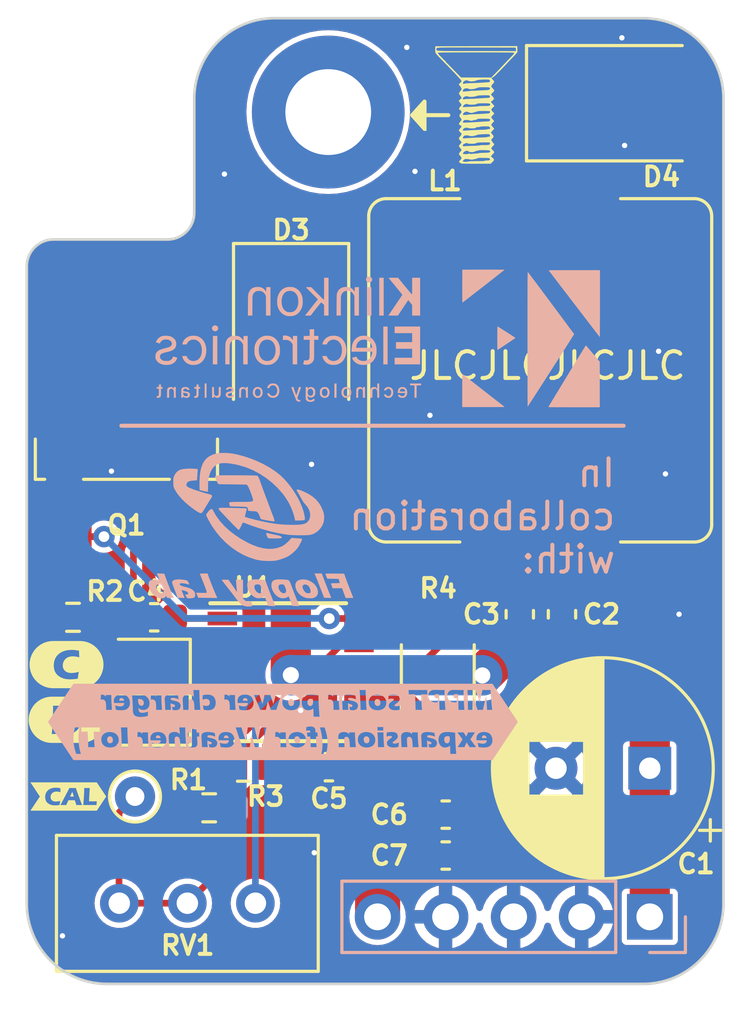
<source format=kicad_pcb>
(kicad_pcb (version 20240108) (generator "pcbnew") (generator_version "8.0")
  (title_block (title "MPPT solar charger expansion board for WeatherIOT") (date "2024-02-10") (rev "1.00") (company "Klinkon Electronics & Floppy Lab"))
  (layers (0 "F.Cu" signal) (31 "B.Cu" signal) (34 "B.Paste" user) (35 "F.Paste" user) (36 "B.SilkS" user "B.Silkscreen") (37 "F.SilkS" user "F.Silkscreen") (38 "B.Mask" user) (39 "F.Mask" user) (44 "Edge.Cuts" user))
  (net 0 "")
  (net 1 "GND")
  (net 2 "Net-(U1-VG)")
  (net 3 "Net-(C5-Pad1)")
  (net 4 "+BATT")
  (net 5 "/CH_LED")
  (net 6 "/CHA_LED_PW")
  (net 7 "/DONE_LED")
  (net 8 "/D3_K")
  (net 9 "/Q1_D")
  (net 10 "VCC")
  (net 11 "/MPPT")
  (net 12 "Net-(U1-CSP)")
  (net 13 "/DRV")
  (net 14 "Net-(U1-COM)")
  (footprint "TestPoint:TestPoint_THTPad_D1.5mm_Drill0.7mm" (layer "F.Cu") (at 135.2166 106.4114)
    (property "Reference" "TP2" (hide yes))
    (property "Value" "V_MPPT")
    (pad "1" thru_hole circle (at 0 0) (size 1.5 1.5) (drill 0.7) (layers "*.Cu" "*.Mask") (net 11 "/MPPT"))
  )
  (footprint "Resistor_SMD:R_0603_1608Metric" (layer "F.Cu") (at 132.9026 99.7302)
    (property "Reference" "R2" (at 1.1938 -0.9652 0) (layer "F.SilkS") (effects (font (size 0.7 0.7))))
    (property "Value" "1k")
    (pad "1" smd roundrect (at -0.825 0) (size 0.8 0.95) (layers "F.Cu" "F.Paste" "F.Mask") (net 6 "/CHA_LED_PW"))
    (pad "2" smd roundrect (at 0.825 0) (size 0.8 0.95) (layers "F.Cu" "F.Paste" "F.Mask") (net 10 "VCC"))
  )
  (footprint "Capacitor_SMD:C_0603_1608Metric" (layer "F.Cu") (at 151.152 99.6164 90)
    (property "Reference" "C2" (at 0 1.4732 180) (layer "F.SilkS") (effects (font (size 0.7 0.7))))
    (property "Value" "1u")
    (pad "1" smd roundrect (at -0.775 0 90) (size 0.9 0.95) (layers "F.Cu" "F.Paste" "F.Mask") (net 10 "VCC"))
    (pad "2" smd roundrect (at 0.775 0 90) (size 0.9 0.95) (layers "F.Cu" "F.Paste" "F.Mask") (net 1 "GND"))
  )
  (footprint "Capacitor_SMD:C_0603_1608Metric" (layer "F.Cu") (at 135.933 99.7302)
    (property "Reference" "C4" (at -0.3126 -0.9652 0) (layer "F.SilkS") (effects (font (size 0.7 0.7))))
    (property "Value" "100n")
    (pad "1" smd roundrect (at -0.775 0) (size 0.9 0.95) (layers "F.Cu" "F.Paste" "F.Mask") (net 10 "VCC"))
    (pad "2" smd roundrect (at 0.775 0) (size 0.9 0.95) (layers "F.Cu" "F.Paste" "F.Mask") (net 2 "Net-(U1-VG)"))
  )
  (footprint "Package_SO:SSOP-10_3.9x4.9mm_P1.00mm" (layer "F.Cu") (at 141.026 101.7762)
    (property "Reference" "U1" (at -1.3924 -3.1636 0) (layer "F.SilkS") (effects (font (size 0.7 0.7))))
    (property "Value" "CN3791")
    (pad "1" smd rect (at -2.55 -2) (size 1.1 0.51) (layers "F.Cu" "F.Paste" "F.Mask") (net 2 "Net-(U1-VG)"))
    (pad "2" smd rect (at -2.55 -1) (size 1.1 0.51) (layers "F.Cu" "F.Paste" "F.Mask") (net 1 "GND"))
    (pad "3" smd rect (at -2.55 0) (size 1.1 0.51) (layers "F.Cu" "F.Paste" "F.Mask") (net 5 "/CH_LED"))
    (pad "4" smd rect (at -2.55 1) (size 1.1 0.51) (layers "F.Cu" "F.Paste" "F.Mask") (net 7 "/DONE_LED"))
    (pad "5" smd rect (at -2.55 2) (size 1.1 0.51) (layers "F.Cu" "F.Paste" "F.Mask") (net 14 "Net-(U1-COM)"))
    (pad "6" smd rect (at 2.55 2) (size 1.1 0.51) (layers "F.Cu" "F.Paste" "F.Mask") (net 11 "/MPPT"))
    (pad "7" smd rect (at 2.55 1) (size 1.1 0.51) (layers "F.Cu" "F.Paste" "F.Mask") (net 4 "+BATT"))
    (pad "8" smd rect (at 2.55 0) (size 1.1 0.51) (layers "F.Cu" "F.Paste" "F.Mask") (net 12 "Net-(U1-CSP)"))
    (pad "9" smd rect (at 2.55 -1) (size 1.1 0.51) (layers "F.Cu" "F.Paste" "F.Mask") (net 10 "VCC"))
    (pad "10" smd rect (at 2.55 -2) (size 1.1 0.51) (layers "F.Cu" "F.Paste" "F.Mask") (net 13 "/DRV"))
  )
  (footprint "Capacitor_SMD:C_0603_1608Metric" (layer "F.Cu") (at 142.453 105.3182)
    (property "Reference" "C5" (at 0 1.1684 0) (layer "F.SilkS") (effects (font (size 0.7 0.7))))
    (property "Value" "220n")
    (pad "1" smd roundrect (at -0.775 0) (size 0.9 0.95) (layers "F.Cu" "F.Paste" "F.Mask") (net 3 "Net-(C5-Pad1)"))
    (pad "2" smd roundrect (at 0.775 0) (size 0.9 0.95) (layers "F.Cu" "F.Paste" "F.Mask") (net 1 "GND"))
  )
  (footprint "Inductor_SMD:L_TaiTech_TMPC1265_13.5x12.5mm" (layer "F.Cu") (at 150.3392 90.5232 -90)
    (property "Reference" "L1" (at -7.0612 3.556 180) (layer "F.SilkS") (effects (font (size 0.7 0.7))))
    (property "Value" "100uH")
    (pad "1" smd rect (at -5.55 0 270) (size 3.1 5) (layers "F.Cu" "F.Paste" "F.Mask") (net 8 "/D3_K"))
    (pad "2" smd rect (at 5.55 0 270) (size 3.1 5) (layers "F.Cu" "F.Paste" "F.Mask") (net 12 "Net-(U1-CSP)"))
  )
  (footprint "LOGO" (layer "F.Cu") (at 147.9516 80.668)
    (property "Reference" "G***" (hide yes))
    (property "Value" "LOGO" (hide yes))
  )
  (footprint "Capacitor_SMD:C_0603_1608Metric" (layer "F.Cu") (at 149.5772 99.6164 90)
    (property "Reference" "C3" (at 0 -1.43 180) (layer "F.SilkS") (effects (font (size 0.7 0.7))))
    (property "Value" "100n")
    (pad "1" smd roundrect (at -0.775 0 90) (size 0.9 0.95) (layers "F.Cu" "F.Paste" "F.Mask") (net 10 "VCC"))
    (pad "2" smd roundrect (at 0.775 0 90) (size 0.9 0.95) (layers "F.Cu" "F.Paste" "F.Mask") (net 1 "GND"))
  )
  (footprint "Capacitor_SMD:C_0603_1608Metric" (layer "F.Cu") (at 146.812 107.0864)
    (property "Reference" "C6" (at -2.1082 0 0) (layer "F.SilkS") (effects (font (size 0.7 0.7))))
    (property "Value" "10u")
    (pad "1" smd roundrect (at -0.775 0) (size 0.9 0.95) (layers "F.Cu" "F.Paste" "F.Mask") (net 4 "+BATT"))
    (pad "2" smd roundrect (at 0.775 0) (size 0.9 0.95) (layers "F.Cu" "F.Paste" "F.Mask") (net 1 "GND"))
  )
  (footprint "kibuzzard-65C7E01B" (layer "F.Cu") (at 132.661 101.4936)
    (property "Reference" "kibuzzard-65C7E01B" (hide yes))
    (property "Value" "G***" (hide yes))
  )
  (footprint "Resistor_SMD:R_2010_5025Metric" (layer "F.Cu") (at 146.517 102.281 -90)
    (property "Reference" "R4" (at -3.6298 -0.0122 180) (layer "F.SilkS") (effects (font (size 0.7 0.7))))
    (property "Value" "120m")
    (pad "1" smd roundrect (at -2.3125 0 270) (size 1.225 2.65) (layers "F.Cu" "F.Paste" "F.Mask") (roundrect_rratio 0.2040816327) (net 12 "Net-(U1-CSP)"))
    (pad "2" smd roundrect (at 2.3125 0 270) (size 1.225 2.65) (layers "F.Cu" "F.Paste" "F.Mask") (roundrect_rratio 0.2040816327) (net 4 "+BATT"))
  )
  (footprint "Resistor_SMD:R_0603_1608Metric" (layer "F.Cu") (at 137.985 106.8324 180)
    (property "Reference" "R1" (at 0.7742 1.0414 0) (layer "F.SilkS") (effects (font (size 0.7 0.7))))
    (property "Value" "4.7k")
    (pad "1" smd roundrect (at -0.825 0 180) (size 0.8 0.95) (layers "F.Cu" "F.Paste" "F.Mask") (net 11 "/MPPT"))
    (pad "2" smd roundrect (at 0.825 0 180) (size 0.8 0.95) (layers "F.Cu" "F.Paste" "F.Mask") (net 1 "GND"))
  )
  (footprint "Package_TO_SOT_SMD:TO-252-2_TabPin1" (layer "F.Cu") (at 134.8962 91.5114 90)
    (property "Reference" "Q1" (at -4.786 0 180) (layer "F.SilkS") (effects (font (size 0.7 0.7))))
    (property "Value" "HYG210P06LQ1D")
    (pad "1" smd roundrect (at -5.375 -2.3 90) (size 3.5 2) (layers "F.Cu" "F.Paste" "F.Mask") (net 13 "/DRV"))
    (pad "2" smd roundrect (at 2.025 0 90) (size 7 7) (layers "F.Cu" "F.Mask") (roundrect_rratio 0.03571428571) (net 9 "/Q1_D"))
    (pad "3" smd roundrect (at -5.375 2.28 90) (size 3.5 2) (layers "F.Cu" "F.Paste" "F.Mask") (net 10 "VCC"))
  )
  (footprint "Diode_SMD:D_SMB" (layer "F.Cu") (at 141.0428 89.4564 -90)
    (property "Reference" "D3" (at -4.1656 0 180) (layer "F.SilkS") (effects (font (size 0.7 0.7))))
    (property "Value" "SK84")
    (pad "1" smd roundrect (at -2.15 0 270) (size 2.5 2.3) (layers "F.Cu" "F.Paste" "F.Mask") (roundrect_rratio 0.1086956522) (net 8 "/D3_K"))
    (pad "2" smd roundrect (at 2.15 0 270) (size 2.5 2.3) (layers "F.Cu" "F.Paste" "F.Mask") (roundrect_rratio 0.1086956522) (net 9 "/Q1_D"))
  )
  (footprint "kibuzzard-65C7E026" (layer "F.Cu") (at 132.661 103.551)
    (property "Reference" "kibuzzard-65C7E026" (hide yes))
    (property "Value" "G***" (hide yes))
  )
  (footprint "Capacitor_THT:CP_Radial_D8.0mm_P3.50mm" (layer "F.Cu") (at 154.428 105.3568 180)
    (property "Reference" "C1" (at -1.7272 -3.5668 0) (layer "F.SilkS") (effects (font (size 0.7 0.7))))
    (property "Value" "330u")
    (pad "1" thru_hole rect (at 0 0 180) (size 1.6 1.6) (drill 0.8) (layers "*.Cu" "*.Mask") (net 10 "VCC"))
    (pad "2" thru_hole circle (at 3.5 0 180) (size 1.6 1.6) (drill 0.8) (layers "*.Cu" "*.Mask") (net 1 "GND"))
  )
  (footprint "LED_SMD:LED_0805_2012Metric" (layer "F.Cu") (at 135.595 101.5082 180)
    (property "Reference" "D1" (hide yes))
    (property "Value" "CHRG")
    (pad "1" smd roundrect (at -0.9375 0 180) (size 0.975 1.4) (layers "F.Cu" "F.Paste" "F.Mask") (net 5 "/CH_LED"))
    (pad "2" smd roundrect (at 0.9375 0 180) (size 0.975 1.4) (layers "F.Cu" "F.Paste" "F.Mask") (net 6 "/CHA_LED_PW"))
  )
  (footprint "kibuzzard-65C7DFB2" (layer "F.Cu") (at 132.7274 106.4114)
    (property "Reference" "kibuzzard-65C7DFB2" (hide yes))
    (property "Value" "G***" (hide yes))
  )
  (footprint "LED_SMD:LED_0805_2012Metric" (layer "F.Cu") (at 135.595 103.5402 180)
    (property "Reference" "D2" (hide yes))
    (property "Value" "DONE")
    (pad "1" smd roundrect (at -0.9375 0 180) (size 0.975 1.4) (layers "F.Cu" "F.Paste" "F.Mask") (net 7 "/DONE_LED"))
    (pad "2" smd roundrect (at 0.9375 0 180) (size 0.975 1.4) (layers "F.Cu" "F.Paste" "F.Mask") (net 6 "/CHA_LED_PW"))
  )
  (footprint "Resistor_SMD:R_0603_1608Metric" (layer "F.Cu") (at 139.278 105.3182)
    (property "Reference" "R3" (at 0.8128 1.0922 0) (layer "F.SilkS") (effects (font (size 0.7 0.7))))
    (property "Value" "120")
    (pad "1" smd roundrect (at -0.825 0) (size 0.8 0.95) (layers "F.Cu" "F.Paste" "F.Mask") (net 14 "Net-(U1-COM)"))
    (pad "2" smd roundrect (at 0.825 0) (size 0.8 0.95) (layers "F.Cu" "F.Paste" "F.Mask") (net 3 "Net-(C5-Pad1)"))
  )
  (footprint "MountingHole:MountingHole_3.2mm_M3_ISO7380_Pad" (layer "F.Cu") (at 142.428 80.8964)
    (property "Reference" "H1" (hide yes))
    (property "Value" "PV mount")
    (pad "1" thru_hole circle (at 0 0) (size 5.7 5.7) (drill 3.2) (layers "*.Cu" "*.Mask"))
  )
  (footprint "Diode_SMD:D_SMB" (layer "F.Cu") (at 153.4888 80.5664)
    (property "Reference" "D4" (at 1.3716 2.7432 0) (layer "F.SilkS") (effects (font (size 0.7 0.7))))
    (property "Value" "SK84")
    (pad "1" smd roundrect (at -2.15 0) (size 2.5 2.3) (layers "F.Cu" "F.Paste" "F.Mask") (roundrect_rratio 0.1086956522) (net 8 "/D3_K"))
    (pad "2" smd roundrect (at 2.15 0) (size 2.5 2.3) (layers "F.Cu" "F.Paste" "F.Mask") (roundrect_rratio 0.1086956522) (net 1 "GND"))
  )
  (footprint "Capacitor_SMD:C_0603_1608Metric" (layer "F.Cu") (at 146.812 108.6104)
    (property "Reference" "C7" (at -2.1082 0 0) (layer "F.SilkS") (effects (font (size 0.7 0.7))))
    (property "Value" "1u")
    (pad "1" smd roundrect (at -0.775 0) (size 0.9 0.95) (layers "F.Cu" "F.Paste" "F.Mask") (net 4 "+BATT"))
    (pad "2" smd roundrect (at 0.775 0) (size 0.9 0.95) (layers "F.Cu" "F.Paste" "F.Mask") (net 1 "GND"))
  )
  (footprint "Potentiometer_THT:Potentiometer_Bourns_3296W_Vertical" (layer "F.Cu") (at 139.71 110.3884)
    (property "Reference" "RV1" (at -2.528 1.5724 0) (layer "F.SilkS") (effects (font (size 0.7 0.7))))
    (property "Value" "100k")
    (pad "1" thru_hole circle (at 0 0) (size 1.44 1.44) (drill 0.8) (layers "*.Cu" "*.Mask") (net 10 "VCC"))
    (pad "2" thru_hole circle (at -2.54 0) (size 1.44 1.44) (drill 0.8) (layers "*.Cu" "*.Mask") (net 11 "/MPPT"))
    (pad "3" thru_hole circle (at -5.08 0) (size 1.44 1.44) (drill 0.8) (layers "*.Cu" "*.Mask") (net 11 "/MPPT"))
  )
  (footprint "LOGO" (layer "B.Cu") (at 139.306453 96.472116 180)
    (property "Reference" "G***" (hide yes))
    (property "Value" "LOGO" (hide yes))
  )
  (footprint "Connector_PinHeader_2.54mm:PinHeader_1x05_P2.54mm_Vertical" (layer "B.Cu") (at 154.428 110.8964 90)
    (property "Reference" "J1" (hide yes))
    (property "Value" "to WIoT")
    (pad "1" thru_hole rect (at 0 0 90) (size 1.7 1.7) (drill 1) (layers "*.Cu" "*.Mask") (net 10 "VCC"))
    (pad "2" thru_hole oval (at 0 -2.54 90) (size 1.7 1.7) (drill 1) (layers "*.Cu" "*.Mask") (net 1 "GND"))
    (pad "3" thru_hole oval (at 0 -5.08 90) (size 1.7 1.7) (drill 1) (layers "*.Cu" "*.Mask") (net 1 "GND"))
    (pad "4" thru_hole oval (at 0 -7.62 90) (size 1.7 1.7) (drill 1) (layers "*.Cu" "*.Mask") (net 1 "GND"))
    (pad "5" thru_hole oval (at 0 -10.16 90) (size 1.7 1.7) (drill 1) (layers "*.Cu" "*.Mask") (net 4 "+BATT"))
  )
  (footprint "kibuzzard-65C8E163" (layer "B.Cu") (at 140.738 103.6296 180)
    (property "Reference" "kibuzzard-65C8E163" (hide yes))
    (property "Value" "G***" (hide yes))
  )
  (footprint "LOGO" (layer "B.Cu") (at 144.178 89.370284 180)
    (property "Reference" "G***" (hide yes))
    (property "Value" "LOGO" (hide yes))
  )
  (gr_line (start 134.7086 92.588576) (end 153.4538 92.588576) (stroke (width 0.15)) (layer "B.SilkS"))
  (gr_poly (pts (xy 145.564 81.0114) (xy 146.0212 80.5034) (xy 146.0212 81.5194)) (stroke (width 0.15)) (fill solid) (layer "F.SilkS"))
  (gr_line (start 146.9102 81.0114) (end 145.564 81.0114) (stroke (width 0.15)) (layer "F.SilkS"))
  (gr_line (start 134.178 113.3964) (end 154.178 113.3964) (stroke (width 0.1)) (layer "Edge.Cuts"))
  (gr_line (start 157.178 110.3964) (end 157.178 80.3964) (stroke (width 0.1)) (layer "Edge.Cuts"))
  (gr_line (start 137.428 80.3964) (end 137.428 84.6464) (stroke (width 0.1)) (layer "Edge.Cuts"))
  (gr_line (start 136.428 85.6464) (end 132.178 85.6464) (stroke (width 0.1)) (layer "Edge.Cuts"))
  (gr_arc (start 134.178 113.3964) (mid 132.05668 112.51772) (end 131.178 110.3964) (stroke (width 0.1)) (layer "Edge.Cuts"))
  (gr_line (start 131.178 86.6464) (end 131.178 110.3964) (stroke (width 0.1)) (layer "Edge.Cuts"))
  (gr_arc (start 154.178 77.3964) (mid 156.29932 78.27508) (end 157.178 80.3964) (stroke (width 0.1)) (layer "Edge.Cuts"))
  (gr_arc (start 137.428 80.3964) (mid 138.30668 78.27508) (end 140.428 77.3964) (stroke (width 0.1)) (layer "Edge.Cuts"))
  (gr_arc (start 157.178 110.3964) (mid 156.29932 112.51772) (end 154.178 113.3964) (stroke (width 0.1)) (layer "Edge.Cuts"))
  (gr_arc (start 137.428 84.6464) (mid 137.135107 85.353507) (end 136.428 85.6464) (stroke (width 0.1)) (layer "Edge.Cuts"))
  (gr_arc (start 131.178 86.6464) (mid 131.470893 85.939293) (end 132.178 85.6464) (stroke (width 0.1)) (layer "Edge.Cuts"))
  (gr_line (start 154.178 77.3964) (end 140.428 77.3964) (stroke (width 0.1)) (layer "Edge.Cuts"))
  (gr_text "In\ncollaboration\nwith:" (at 153.2252 98.1564 0) (layer "B.SilkS") (effects (font (size 1 1)) (justify left bottom mirror)))
  (gr_text "JLCJLCJLCJLC" (at 145.371435 90.938349 -0) (layer "F.SilkS") (effects (font (size 1 1)) (justify left bottom)))
  (via (at 153.3872 78.128) (size 0.5) (drill 0.2) (layers "F.Cu" "B.Cu") (net 1))
  (via (at 154.7588 89.812) (size 0.5) (drill 0.2) (layers "F.Cu" "B.Cu") (net 1))
  (via (at 153.4888 82.1412) (size 0.5) (drill 0.2) (layers "F.Cu" "B.Cu") (net 1))
  (via (at 145.3608 78.4836) (size 0.5) (drill 0.2) (layers "F.Cu" "B.Cu") (net 1))
  (via (at 155.0128 94.384) (size 0.5) (drill 0.2) (layers "F.Cu" "B.Cu") (net 1))
  (via (at 141.8048 94.0284) (size 0.5) (drill 0.2) (layers "F.Cu" "B.Cu") (net 1))
  (via (at 141.9064 108.5064) (size 0.5) (drill 0.2) (layers "F.Cu" "B.Cu") (net 1))
  (via (at 141.3984 103.2017) (size 0.5) (drill 0.2) (layers "F.Cu" "B.Cu") (net 1))
  (via (at 145.6656 83.1064) (size 0.5) (drill 0.2) (layers "F.Cu" "B.Cu") (net 1))
  (via (at 155.5208 99.6164) (size 0.5) (drill 0.2) (layers "F.Cu" "B.Cu") (net 1))
  (via (at 138.5536 83.208) (size 0.5) (drill 0.2) (layers "F.Cu" "B.Cu") (net 1))
  (via (at 132.5084 111.6052) (size 0.5) (drill 0.2) (layers "F.Cu" "B.Cu") (net 1))
  (via (at 134.3372 94.2824) (size 0.5) (drill 0.2) (layers "F.Cu" "B.Cu") (net 1))
  (via (at 146.2244 92.1996) (size 0.5) (drill 0.2) (layers "F.Cu" "B.Cu") (net 1))
  (segment (start 136.754 99.7762) (end 136.708 99.7302) (width 0.25) (layer "F.Cu") (net 2))
  (segment (start 138.476 99.7762) (end 136.754 99.7762) (width 0.25) (layer "F.Cu") (net 2))
  (segment (start 141.678 105.3182) (end 140.103 105.3182) (width 0.25) (layer "F.Cu") (net 3))
  (segment (start 146.517 103.691) (end 146.517 104.5935) (width 0.25) (layer "F.Cu") (net 4))
  (segment (start 143.576 102.7762) (end 145.6022 102.7762) (width 0.25) (layer "F.Cu") (net 4))
  (segment (start 145.6022 102.7762) (end 146.517 103.691) (width 0.25) (layer "F.Cu") (net 4))
  (segment (start 137.137 101.5082) (end 136.5325 101.5082) (width 0.25) (layer "F.Cu") (net 5))
  (segment (start 138.476 101.7762) (end 137.405 101.7762) (width 0.25) (layer "F.Cu") (net 5))
  (segment (start 137.405 101.7762) (end 137.137 101.5082) (width 0.25) (layer "F.Cu") (net 5))
  (segment (start 134.6575 101.5082) (end 132.674 101.5082) (width 0.25) (layer "F.Cu") (net 6))
  (segment (start 132.0776 100.9118) (end 132.0776 99.7302) (width 0.25) (layer "F.Cu") (net 6))
  (segment (start 134.6575 101.5082) (end 134.6575 103.5402) (width 0.25) (layer "F.Cu") (net 6))
  (segment (start 132.674 101.5082) (end 132.0776 100.9118) (width 0.25) (layer "F.Cu") (net 6))
  (segment (start 137.119 103.5402) (end 136.5325 103.5402) (width 0.25) (layer "F.Cu") (net 7))
  (segment (start 137.883 102.7762) (end 137.119 103.5402) (width 0.25) (layer "F.Cu") (net 7))
  (segment (start 138.476 102.7762) (end 137.883 102.7762) (width 0.25) (layer "F.Cu") (net 7))
  (segment (start 145.9832 84.9732) (end 150.3392 84.9732) (width 1.5) (layer "F.Cu") (net 8))
  (segment (start 141.0428 87.3064) (end 143.65 87.3064) (width 1.5) (layer "F.Cu") (net 8))
  (segment (start 151.3388 80.5664) (end 150.3392 81.566) (width 1.5) (layer "F.Cu") (net 8))
  (segment (start 143.65 87.3064) (end 145.9832 84.9732) (width 1.5) (layer "F.Cu") (net 8))
  (segment (start 150.3392 81.566) (end 150.3392 84.9732) (width 1.5) (layer "F.Cu") (net 8))
  (segment (start 141.0428 91.6064) (end 137.0162 91.6064) (width 1.5) (layer "F.Cu") (net 9))
  (segment (start 137.0162 91.6064) (end 134.8962 89.4864) (width 1.5) (layer "F.Cu") (net 9))
  (segment (start 142.8802 100.7762) (end 143.576 100.7762) (width 0.25) (layer "F.Cu") (net 10))
  (segment (start 151.152 100.3914) (end 149.5772 100.3914) (width 1.5) (layer "F.Cu") (net 10))
  (segment (start 152.4858 100.3914) (end 151.152 100.3914) (width 1.5) (layer "F.Cu") (net 10))
  (segment (start 137.1762 96.8864) (end 135.5664 96.8864) (width 0.25) (layer "F.Cu") (net 10))
  (segment (start 141.0306 101.882274) (end 141.0306 98.1538) (width 1.5) (layer "F.Cu") (net 10))
  (segment (start 141.77258 101.88382) (end 142.8802 100.7762) (width 0.25) (layer "F.Cu") (net 10))
  (segment (start 149.5772 100.4972) (end 148.178 101.8964) (width 1.5) (layer "F.Cu") (net 10))
  (segment (start 135.158 99.7302) (end 133.7276 99.7302) (width 0.25) (layer "F.Cu") (net 10))
  (segment (start 154.428 105.3568) (end 154.428 102.3336) (width 1.5) (layer "F.Cu") (net 10))
  (segment (start 135.5664 96.8864) (end 135.158 97.2948) (width 0.25) (layer "F.Cu") (net 10))
  (segment (start 154.428 105.3568) (end 154.428 110.8964) (width 1.5) (layer "F.Cu") (net 10))
  (segment (start 154.428 102.3336) (end 152.4858 100.3914) (width 1.5) (layer "F.Cu") (net 10))
  (segment (start 141.032146 101.88382) (end 141.0306 101.882274) (width 1.5) (layer "F.Cu") (net 10))
  (segment (start 139.7632 96.8864) (end 137.1762 96.8864) (width 1.5) (layer "F.Cu") (net 10))
  (segment (start 141.032146 101.88382) (end 141.77258 101.88382) (width 0.25) (layer "F.Cu") (net 10))
  (segment (start 141.0306 98.1538) (end 139.7632 96.8864) (width 1.5) (layer "F.Cu") (net 10))
  (segment (start 135.158 97.2948) (end 135.158 99.7302) (width 0.25) (layer "F.Cu") (net 10))
  (segment (start 149.5772 100.3914) (end 149.5772 100.4972) (width 1.5) (layer "F.Cu") (net 10))
  (via (at 148.178 101.8964) (size 1.5) (drill 0.6) (layers "F.Cu" "B.Cu") (net 10))
  (via (at 141.032146 101.88382) (size 1.5) (drill 0.6) (layers "F.Cu" "B.Cu") (net 10))
  (segment (start 141.032146 101.88382) (end 141.037526 101.8892) (width 1.5) (layer "B.Cu") (net 10))
  (segment (start 139.6584 110.3368) (end 139.71 110.3884) (width 0.25) (layer "B.Cu") (net 10))
  (segment (start 139.71 103.205966) (end 139.71 110.3884) (width 0.25) (layer "B.Cu") (net 10))
  (segment (start 148.1708 101.8892) (end 148.178 101.8964) (width 1.5) (layer "B.Cu") (net 10))
  (segment (start 141.037526 101.8892) (end 148.1708 101.8892) (width 1.5) (layer "B.Cu") (net 10))
  (segment (start 141.032146 101.88382) (end 139.71 103.205966) (width 0.25) (layer "B.Cu") (net 10))
  (segment (start 140.185 103.7762) (end 143.576 103.7762) (width 0.25) (layer "F.Cu") (net 11))
  (segment (start 138.81 106.218) (end 139.278 105.75) (width 0.25) (layer "F.Cu") (net 11))
  (segment (start 134.62 107.008) (end 134.62 110.3784) (width 0.25) (layer "F.Cu") (net 11))
  (segment (start 139.278 105.75) (end 139.278 104.6832) (width 0.25) (layer "F.Cu") (net 11))
  (segment (start 138.811 106.8334) (end 138.81 106.8324) (width 0.25) (layer "F.Cu") (net 11))
  (segment (start 139.278 104.6832) (end 140.185 103.7762) (width 0.25) (layer "F.Cu") (net 11))
  (segment (start 134.62 110.3784) (end 134.63 110.3884) (width 0.25) (layer "F.Cu") (net 11))
  (segment (start 135.2166 106.4114) (end 134.62 107.008) (width 0.25) (layer "F.Cu") (net 11))
  (segment (start 137.17 110.3884) (end 138.811 108.7474) (width 0.25) (layer "F.Cu") (net 11))
  (segment (start 137.17 110.3884) (end 134.63 110.3884) (width 0.25) (layer "F.Cu") (net 11))
  (segment (start 138.81 106.8324) (end 138.81 106.218) (width 0.25) (layer "F.Cu") (net 11))
  (segment (start 138.811 108.7474) (end 138.811 106.8334) (width 0.25) (layer "F.Cu") (net 11))
  (segment (start 143.576 101.7762) (end 145.6118 101.7762) (width 0.25) (layer "F.Cu") (net 12))
  (segment (start 147.38 96.0732) (end 146.517 96.9362) (width 1.5) (layer "F.Cu") (net 12))
  (segment (start 150.3392 96.0732) (end 147.38 96.0732) (width 1.5) (layer "F.Cu") (net 12))
  (segment (start 145.6118 101.7762) (end 146.517 100.871) (width 0.25) (layer "F.Cu") (net 12))
  (segment (start 146.517 96.9362) (end 146.517 99.9685) (width 1.5) (layer "F.Cu") (net 12))
  (segment (start 146.517 100.871) (end 146.517 99.9685) (width 0.25) (layer "F.Cu") (net 12))
  (segment (start 132.7594 96.7232) (end 132.5962 96.8864) (width 0.25) (layer "F.Cu") (net 13))
  (segment (start 142.466092 99.7762) (end 143.576 99.7762) (width 0.25) (layer "F.Cu") (net 13))
  (segment (start 134.058 96.7232) (end 132.7594 96.7232) (width 0.25) (layer "F.Cu") (net 13))
  (via (at 134.058 96.7232) (size 0.8) (drill 0.4) (layers "F.Cu" "B.Cu") (net 13))
  (via (at 142.466092 99.7762) (size 0.8) (drill 0.4) (layers "F.Cu" "B.Cu") (net 13))
  (segment (start 134.058 96.7232) (end 137.10339 99.76859) (width 0.25) (layer "B.Cu") (net 13))
  (segment (start 137.10339 99.76859) (end 142.458482 99.76859) (width 0.25) (layer "B.Cu") (net 13))
  (segment (start 142.458482 99.76859) (end 142.466092 99.7762) (width 0.25) (layer "B.Cu") (net 13))
  (segment (start 138.476 103.7762) (end 138.476 105.2952) (width 0.25) (layer "F.Cu") (net 14))
  (segment (start 138.476 105.2952) (end 138.453 105.3182) (width 0.25) (layer "F.Cu") (net 14))
  (zone (net 4) (net_name "+BATT") (layer "F.Cu") (priority 2) (connect_pads yes (clearance 0.2)) (min_thickness 0.25) (fill yes (thermal_gap 0.5) (thermal_bridge_width 0.5))
    (polygon (pts (xy 143.4298 110.8964) (xy 145.1062 110.8964) (xy 145.1186 110.089) (xy 145.11812 109.686657) (xy 145.402 109.2054) (xy 146.672 109.2054) (xy 146.685 106.4006) (xy 147.8788 105.6386) (xy 147.8788 104.4702) (xy 145.2372 104.4702) (xy 145.2372 105.6386) (xy 143.4298 106.5022)))
  )
  (zone (net 0) (net_name "") (layer "F.Cu") (connect_pads (clearance 0)) (min_thickness 0.25)
    (keepout (tracks allowed) (vias allowed) (pads allowed) (copperpour not_allowed) (footprints allowed))
    (fill (thermal_gap 0.34) (thermal_bridge_width 0.5))
    (polygon (pts (xy 145.048029 102.726656) (xy 147.942646 102.729048) (xy 147.942646 104.253048) (xy 145.402 104.2524) (xy 145.048029 104.5064)))
  )
  (zone (net 0) (net_name "") (layer "F.Cu") (connect_pads (clearance 0)) (min_thickness 0.25)
    (keepout (tracks allowed) (vias allowed) (pads allowed) (copperpour not_allowed) (footprints allowed))
    (fill (thermal_gap 0.34) (thermal_bridge_width 0.5))
    (polygon (pts (xy 136.157383 99.424008) (xy 138.036 99.4264) (xy 138.036 100.6964) (xy 136.157383 100.694008)))
  )
  (zone (net 0) (net_name "") (layer "F.Cu") (connect_pads (clearance 0)) (min_thickness 0.25)
    (keepout (tracks allowed) (vias allowed) (pads allowed) (copperpour not_allowed) (footprints allowed))
    (fill (thermal_gap 0.34) (thermal_bridge_width 0.5))
    (polygon (pts (xy 146.7228 109.1546) (xy 147.331417 109.079048) (xy 147.331417 109.409248) (xy 146.545 109.406856)))
  )
  (zone (net 0) (net_name "") (layer "F.Cu") (connect_pads (clearance 0)) (min_thickness 0.25)
    (keepout (tracks allowed) (vias allowed) (pads allowed) (copperpour not_allowed) (footprints allowed))
    (fill (thermal_gap 0.34) (thermal_bridge_width 0.5))
    (polygon (pts (xy 142.762029 99.678656) (xy 147.942646 99.681048) (xy 147.942646 102.983048) (xy 142.762029 102.980656)))
  )
  (zone (net 0) (net_name "") (layer "F.Cu") (connect_pads (clearance 0)) (min_thickness 0.25)
    (keepout (tracks allowed) (vias allowed) (pads allowed) (copperpour not_allowed) (footprints allowed))
    (fill (thermal_gap 0.34) (thermal_bridge_width 0.5))
    (polygon (pts (xy 147.688 105.9034) (xy 148.069646 105.650048) (xy 148.069646 106.564448) (xy 147.461029 106.562056)))
  )
  (zone (net 0) (net_name "") (layer "F.Cu") (connect_pads (clearance 0)) (min_thickness 0.25)
    (keepout (tracks allowed) (vias allowed) (pads allowed) (copperpour not_allowed) (footprints allowed))
    (fill (thermal_gap 0.34) (thermal_bridge_width 0.5))
    (polygon (pts (xy 145.098829 98.967396) (xy 147.993446 98.969788) (xy 147.993446 100.493788) (xy 145.4528 100.49314) (xy 145.098829 100.74714)))
  )
  (zone (net 0) (net_name "") (layer "F.Cu") (connect_pads (clearance 0)) (min_thickness 0.25)
    (keepout (tracks allowed) (vias allowed) (pads allowed) (copperpour not_allowed) (footprints allowed))
    (fill (thermal_gap 0.34) (thermal_bridge_width 0.5))
    (polygon (pts (xy 132.348029 98.662656) (xy 135.360825 98.663802) (xy 135.360825 100.949802) (xy 132.348029 100.948656)))
  )
  (zone (net 1) (net_name "GND") (layers "F&B.Cu") (connect_pads (clearance 0.2)) (min_thickness 0.25) (fill yes (thermal_gap 0.34) (thermal_bridge_width 0.5))
    (polygon (pts (xy 158.178 113.8964) (xy 130.178 113.8964) (xy 130.178 76.8964) (xy 158.178 76.8964)))
  )
)
</source>
